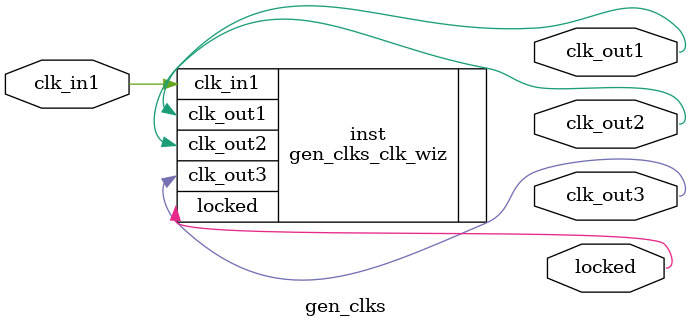
<source format=v>


`timescale 1ps/1ps

(* CORE_GENERATION_INFO = "gen_clks,clk_wiz_v6_0_3_0_0,{component_name=gen_clks,use_phase_alignment=true,use_min_o_jitter=false,use_max_i_jitter=false,use_dyn_phase_shift=false,use_inclk_switchover=false,use_dyn_reconfig=false,enable_axi=0,feedback_source=FDBK_AUTO,PRIMITIVE=MMCM,num_out_clk=3,clkin1_period=25.000,clkin2_period=10.0,use_power_down=false,use_reset=false,use_locked=true,use_inclk_stopped=false,feedback_type=SINGLE,CLOCK_MGR_TYPE=NA,manual_override=false}" *)

module gen_clks 
 (
  // Clock out ports
  output        clk_out1,
  output        clk_out2,
  output        clk_out3,
  // Status and control signals
  output        locked,
 // Clock in ports
  input         clk_in1
 );

  gen_clks_clk_wiz inst
  (
  // Clock out ports  
  .clk_out1(clk_out1),
  .clk_out2(clk_out2),
  .clk_out3(clk_out3),
  // Status and control signals               
  .locked(locked),
 // Clock in ports
  .clk_in1(clk_in1)
  );

endmodule

</source>
